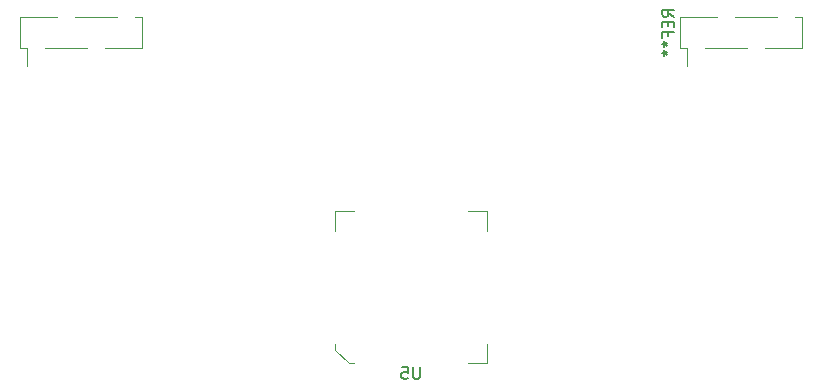
<source format=gbr>
%TF.GenerationSoftware,KiCad,Pcbnew,7.0.10*%
%TF.CreationDate,2024-02-10T11:13:50-05:00*%
%TF.ProjectId,Nixie Clock,4e697869-6520-4436-9c6f-636b2e6b6963,rev?*%
%TF.SameCoordinates,Original*%
%TF.FileFunction,Legend,Bot*%
%TF.FilePolarity,Positive*%
%FSLAX46Y46*%
G04 Gerber Fmt 4.6, Leading zero omitted, Abs format (unit mm)*
G04 Created by KiCad (PCBNEW 7.0.10) date 2024-02-10 11:13:50*
%MOMM*%
%LPD*%
G01*
G04 APERTURE LIST*
%ADD10C,0.150000*%
%ADD11C,0.100000*%
%ADD12C,0.120000*%
G04 APERTURE END LIST*
D10*
X178561904Y-90559819D02*
X178561904Y-91369342D01*
X178561904Y-91369342D02*
X178514285Y-91464580D01*
X178514285Y-91464580D02*
X178466666Y-91512200D01*
X178466666Y-91512200D02*
X178371428Y-91559819D01*
X178371428Y-91559819D02*
X178180952Y-91559819D01*
X178180952Y-91559819D02*
X178085714Y-91512200D01*
X178085714Y-91512200D02*
X178038095Y-91464580D01*
X178038095Y-91464580D02*
X177990476Y-91369342D01*
X177990476Y-91369342D02*
X177990476Y-90559819D01*
X177038095Y-90559819D02*
X177514285Y-90559819D01*
X177514285Y-90559819D02*
X177561904Y-91036009D01*
X177561904Y-91036009D02*
X177514285Y-90988390D01*
X177514285Y-90988390D02*
X177419047Y-90940771D01*
X177419047Y-90940771D02*
X177180952Y-90940771D01*
X177180952Y-90940771D02*
X177085714Y-90988390D01*
X177085714Y-90988390D02*
X177038095Y-91036009D01*
X177038095Y-91036009D02*
X176990476Y-91131247D01*
X176990476Y-91131247D02*
X176990476Y-91369342D01*
X176990476Y-91369342D02*
X177038095Y-91464580D01*
X177038095Y-91464580D02*
X177085714Y-91512200D01*
X177085714Y-91512200D02*
X177180952Y-91559819D01*
X177180952Y-91559819D02*
X177419047Y-91559819D01*
X177419047Y-91559819D02*
X177514285Y-91512200D01*
X177514285Y-91512200D02*
X177561904Y-91464580D01*
X200054819Y-60896666D02*
X199578628Y-60563333D01*
X200054819Y-60325238D02*
X199054819Y-60325238D01*
X199054819Y-60325238D02*
X199054819Y-60706190D01*
X199054819Y-60706190D02*
X199102438Y-60801428D01*
X199102438Y-60801428D02*
X199150057Y-60849047D01*
X199150057Y-60849047D02*
X199245295Y-60896666D01*
X199245295Y-60896666D02*
X199388152Y-60896666D01*
X199388152Y-60896666D02*
X199483390Y-60849047D01*
X199483390Y-60849047D02*
X199531009Y-60801428D01*
X199531009Y-60801428D02*
X199578628Y-60706190D01*
X199578628Y-60706190D02*
X199578628Y-60325238D01*
X199531009Y-61325238D02*
X199531009Y-61658571D01*
X200054819Y-61801428D02*
X200054819Y-61325238D01*
X200054819Y-61325238D02*
X199054819Y-61325238D01*
X199054819Y-61325238D02*
X199054819Y-61801428D01*
X199531009Y-62563333D02*
X199531009Y-62230000D01*
X200054819Y-62230000D02*
X199054819Y-62230000D01*
X199054819Y-62230000D02*
X199054819Y-62706190D01*
X199054819Y-63230000D02*
X199292914Y-63230000D01*
X199197676Y-62991905D02*
X199292914Y-63230000D01*
X199292914Y-63230000D02*
X199197676Y-63468095D01*
X199483390Y-63087143D02*
X199292914Y-63230000D01*
X199292914Y-63230000D02*
X199483390Y-63372857D01*
X199054819Y-63991905D02*
X199292914Y-63991905D01*
X199197676Y-63753810D02*
X199292914Y-63991905D01*
X199292914Y-63991905D02*
X199197676Y-64230000D01*
X199483390Y-63849048D02*
X199292914Y-63991905D01*
X199292914Y-63991905D02*
X199483390Y-64134762D01*
D11*
%TO.C,U5*%
X184235000Y-90255000D02*
X184235000Y-88605000D01*
X184235000Y-77385000D02*
X184235000Y-79035000D01*
X182585000Y-90255000D02*
X184235000Y-90255000D01*
X182585000Y-77385000D02*
X184235000Y-77385000D01*
X173015000Y-90255000D02*
X172515000Y-90255000D01*
X173015000Y-77385000D02*
X171365000Y-77385000D01*
X172515000Y-90255000D02*
X171365000Y-89105000D01*
X171365000Y-89105000D02*
X171365000Y-88605000D01*
X171365000Y-77385000D02*
X171365000Y-79035000D01*
D12*
%TO.C,REF\u002A\u002A*%
X210880000Y-60900000D02*
X210880000Y-63560000D01*
X210310000Y-60900000D02*
X210880000Y-60900000D01*
X205230000Y-60900000D02*
X208790000Y-60900000D01*
X200600000Y-60900000D02*
X203710000Y-60900000D01*
X200600000Y-60900000D02*
X200600000Y-63560000D01*
X207770000Y-63560000D02*
X210880000Y-63560000D01*
X202690000Y-63560000D02*
X206250000Y-63560000D01*
X201170000Y-63560000D02*
X201170000Y-65080000D01*
X200600000Y-63560000D02*
X201170000Y-63560000D01*
X155000000Y-60900000D02*
X155000000Y-63560000D01*
X154430000Y-60900000D02*
X155000000Y-60900000D01*
X149350000Y-60900000D02*
X152910000Y-60900000D01*
X144720000Y-60900000D02*
X147830000Y-60900000D01*
X144720000Y-60900000D02*
X144720000Y-63560000D01*
X151890000Y-63560000D02*
X155000000Y-63560000D01*
X146810000Y-63560000D02*
X150370000Y-63560000D01*
X145290000Y-63560000D02*
X145290000Y-65080000D01*
X144720000Y-63560000D02*
X145290000Y-63560000D01*
%TD*%
M02*

</source>
